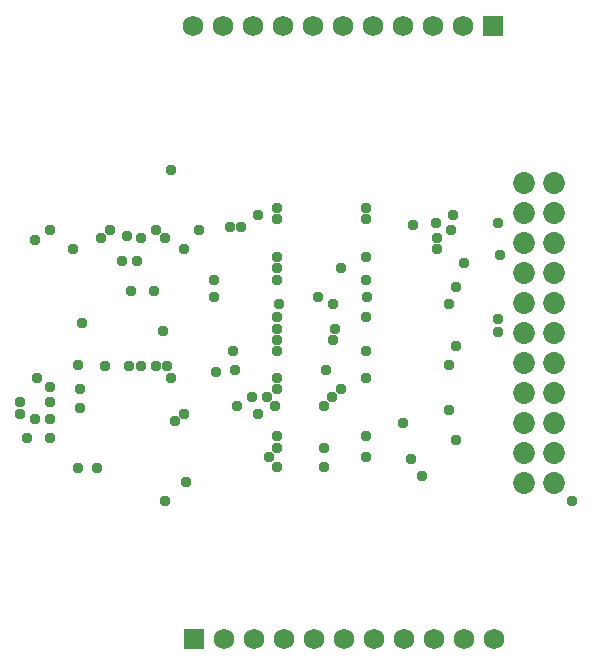
<source format=gbr>
G04 EAGLE Gerber RS-274X export*
G75*
%MOMM*%
%FSLAX34Y34*%
%LPD*%
%INSoldermask Bottom*%
%IPPOS*%
%AMOC8*
5,1,8,0,0,1.08239X$1,22.5*%
G01*
%ADD10R,1.727200X1.727200*%
%ADD11C,1.727200*%
%ADD12C,1.853200*%
%ADD13C,0.959600*%


D10*
X596964Y41275D03*
D11*
X622364Y41275D03*
X647764Y41275D03*
X673164Y41275D03*
X698564Y41275D03*
X723964Y41275D03*
X749364Y41275D03*
X774764Y41275D03*
X800164Y41275D03*
X825564Y41275D03*
X850964Y41275D03*
D10*
X850011Y560515D03*
D11*
X824611Y560515D03*
X799211Y560515D03*
X773811Y560515D03*
X748411Y560515D03*
X723011Y560515D03*
X697611Y560515D03*
X672211Y560515D03*
X646811Y560515D03*
X621411Y560515D03*
X596011Y560515D03*
D12*
X901891Y401828D03*
X901891Y427228D03*
X876491Y427228D03*
X876491Y401828D03*
X901891Y376428D03*
X876491Y376428D03*
X901891Y351028D03*
X876491Y351028D03*
X901891Y325628D03*
X876491Y325628D03*
X901891Y300228D03*
X876491Y300228D03*
X901891Y274828D03*
X876491Y274828D03*
X901891Y249428D03*
X876491Y249428D03*
X901891Y224028D03*
X876491Y224028D03*
X901891Y198628D03*
X876491Y198628D03*
X901891Y173228D03*
X876491Y173228D03*
D13*
X515200Y185600D03*
X499200Y185600D03*
X462400Y379200D03*
X475200Y254400D03*
X564800Y272000D03*
X552000Y272000D03*
X577600Y262400D03*
X803200Y371200D03*
X588800Y371200D03*
X494400Y371200D03*
X577600Y438400D03*
X540800Y382400D03*
X564800Y387200D03*
X601600Y387200D03*
X780800Y193600D03*
X790400Y179200D03*
X572800Y158400D03*
X916800Y158400D03*
X475200Y211200D03*
X456000Y211200D03*
X475200Y227200D03*
X462400Y227200D03*
X500800Y236800D03*
X449600Y232000D03*
X475200Y241600D03*
X449600Y241600D03*
X500800Y252800D03*
X464000Y262400D03*
X707200Y203200D03*
X667200Y203200D03*
X707200Y187200D03*
X667200Y187200D03*
X667200Y212800D03*
X742400Y212800D03*
X502400Y308800D03*
X660800Y195200D03*
X742400Y195200D03*
X819200Y209600D03*
X774400Y224000D03*
X812800Y235200D03*
X812800Y273600D03*
X819200Y289600D03*
X667200Y262400D03*
X742400Y262400D03*
X651200Y232000D03*
X721600Y252800D03*
X667200Y252800D03*
X659200Y246400D03*
X646400Y246400D03*
X713600Y246400D03*
X665600Y238400D03*
X633600Y238400D03*
X707200Y238400D03*
X854400Y300800D03*
X854400Y312000D03*
X819200Y339200D03*
X812800Y324800D03*
X667200Y313600D03*
X742400Y313600D03*
X588800Y232000D03*
X716800Y304000D03*
X667200Y304000D03*
X715200Y294400D03*
X667200Y294400D03*
X667200Y284800D03*
X742400Y284800D03*
X580800Y225600D03*
X803200Y380800D03*
X816000Y400000D03*
X801600Y393600D03*
X854400Y393600D03*
X814400Y387200D03*
X627200Y390400D03*
X651200Y400000D03*
X667200Y406400D03*
X742400Y406400D03*
X636800Y390400D03*
X667200Y396800D03*
X742400Y396800D03*
X668800Y324800D03*
X715200Y324800D03*
X632000Y268800D03*
X708800Y268800D03*
X825600Y360000D03*
X856000Y366400D03*
X782400Y392000D03*
X667200Y364800D03*
X742400Y364800D03*
X616000Y267200D03*
X630400Y284800D03*
X721600Y355200D03*
X667200Y355200D03*
X702400Y331200D03*
X744000Y331200D03*
X614400Y331200D03*
X667200Y345600D03*
X742400Y345600D03*
X614400Y345600D03*
X518400Y380800D03*
X590400Y174400D03*
X563200Y336000D03*
X544000Y336000D03*
X552000Y380800D03*
X572800Y380800D03*
X574400Y272000D03*
X571200Y302400D03*
X526400Y387200D03*
X475200Y387200D03*
X542400Y272000D03*
X521600Y272000D03*
X499200Y273600D03*
X548800Y361600D03*
X536000Y361600D03*
M02*

</source>
